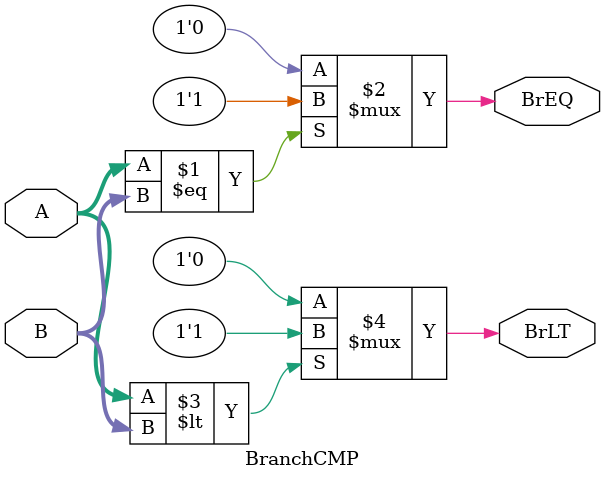
<source format=v>
module BranchCMP (
    input signed [31:0] A,B,
    output reg BrEQ, BrLT
);

    // TODO: implement your ALU control here
assign BrEQ = (A == B)? 1'b1: 1'b0;
assign BrLT = (A < B)? 1'b1: 1'b0;

endmodule

</source>
